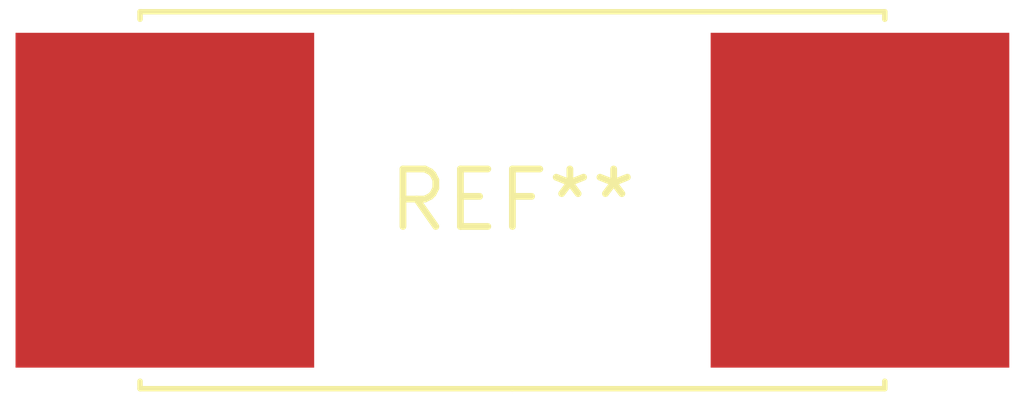
<source format=kicad_pcb>
(kicad_pcb (version 20240108) (generator pcbnew)
  (layers (0 "F.Cu" signal) (31 "B.Cu" signal) (34 "B.Paste" user) (35 "F.Paste" user) (36 "B.SilkS" user "B.Silkscreen") (37 "F.SilkS" user "F.Silkscreen") (38 "B.Mask" user) (39 "F.Mask" user) (44 "Edge.Cuts" user))
  (net 0 "")
  (footprint "L_Vishay_IHSM-5832" (layer "F.Cu") (at 0 0)
    (property "Reference" "REF**")
    (property "Value" "L_Vishay_IHSM-5832")
    (fp_line (start -8.23 -4.165) (end 0 -4.165) (layer "F.SilkS") (stroke (width 0.12)))
    (fp_line (start -8.23 -4) (end -8.23 -4.165) (layer "F.SilkS") (stroke (width 0.12)))
    (fp_line (start -8.23 4) (end -8.23 4.165) (layer "F.SilkS") (stroke (width 0.12)))
    (fp_line (start -8.23 4.165) (end 0 4.165) (layer "F.SilkS") (stroke (width 0.12)))
    (fp_line (start 8.23 -4.165) (end 0 -4.165) (layer "F.SilkS") (stroke (width 0.12)))
    (fp_line (start 8.23 -4) (end 8.23 -4.165) (layer "F.SilkS") (stroke (width 0.12)))
    (fp_line (start 8.23 4) (end 8.23 4.165) (layer "F.SilkS") (stroke (width 0.12)))
    (fp_line (start 8.23 4.165) (end 0 4.165) (layer "F.SilkS") (stroke (width 0.12)))
    (pad "1" smd rect (at -7.6815 0) (size 6.6 7.4) (layers "F.Cu" "F.Paste" "F.Mask"))
    (pad "2" smd rect (at 7.6815 0) (size 6.6 7.4) (layers "F.Cu" "F.Paste" "F.Mask"))
  )
)
</source>
